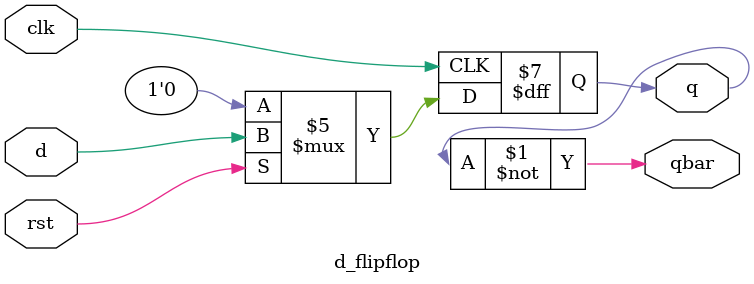
<source format=v>
module d_flipflop(input d,clk,rst,
output reg q,
output qbar);
assign qbar=~q;
always @ (posedge clk)begin
    if(!rst)
    q<=0;
    else 
    q<=d;
end 
endmodule
</source>
